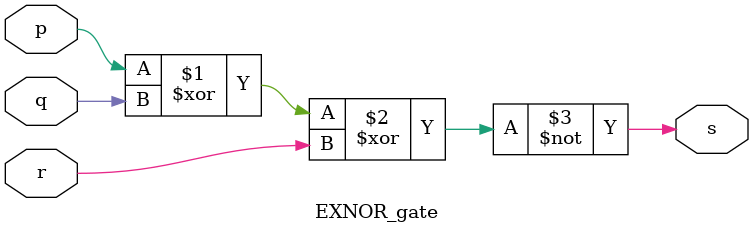
<source format=sv>


module AND_gate(p,q,r,s);			// AND GATE
  input p, q, r;
  output s;
  and (s,p,q,r);
endmodule


module OR_gate(p,q,r,s);			// OR GATE
  input p, q, r;
  output s;
  or (s,p,q,r);
endmodule


module NAND_gate(p,q,r,s);			// NAND GATE
  input p, q, r;
  output s;
  nand (s,p,q,r);
endmodule


module NOR_gate(p,q,r,s);			// NOR GATE
  input p, q, r;
  output s;
  nor (s,p,q,r);
endmodule


module EXOR_gate(p,q,r,s);			// EXOR GATE
  input p, q, r;
  output s;
  xor (s,p,q,r);
endmodule


module EXNOR_gate(p,q,r,s);			// EXNOR GATE
  input p, q, r;
  output s;
  xnor (s,p,q,r);
endmodule
</source>
